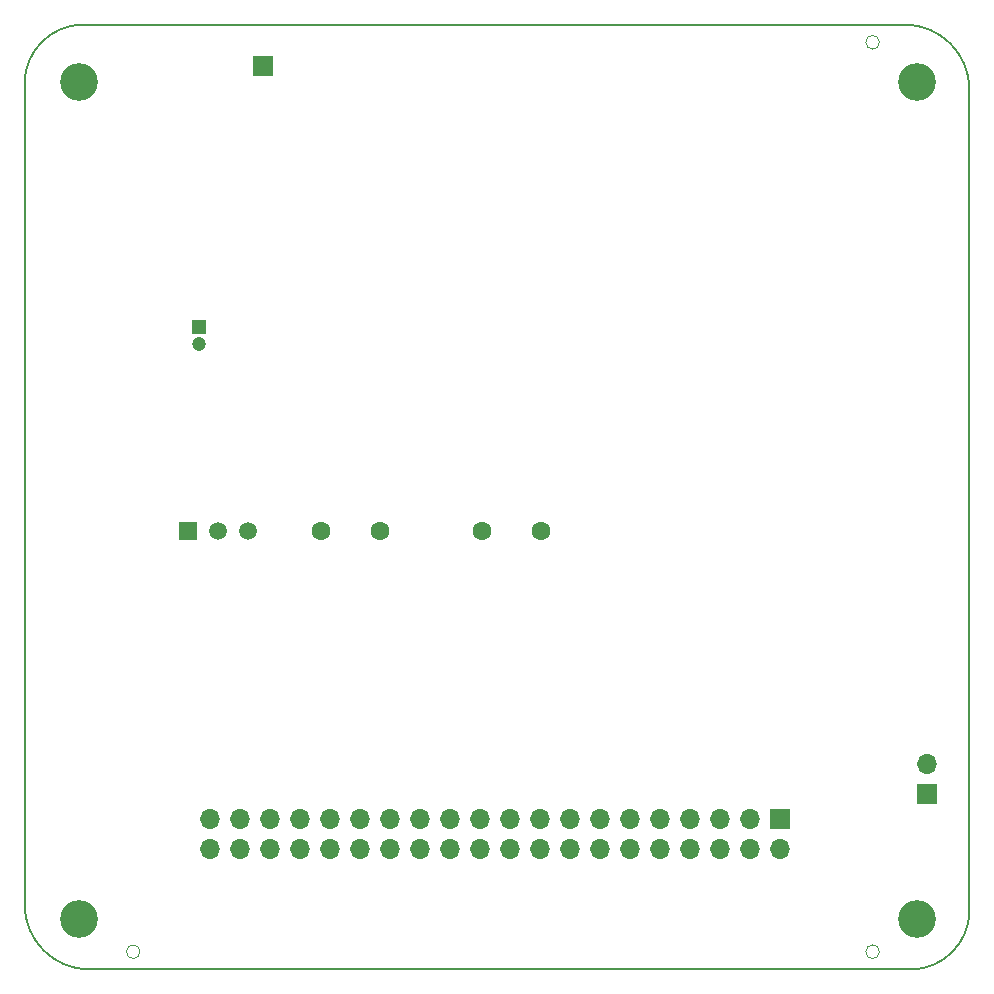
<source format=gbr>
G04 #@! TF.GenerationSoftware,KiCad,Pcbnew,(6.0.7-1)-1*
G04 #@! TF.CreationDate,2023-04-02T22:51:05-07:00*
G04 #@! TF.ProjectId,as3372,61733333-3732-42e6-9b69-6361645f7063,0.2*
G04 #@! TF.SameCoordinates,PX3d83120PY6590fa0*
G04 #@! TF.FileFunction,Soldermask,Bot*
G04 #@! TF.FilePolarity,Negative*
%FSLAX46Y46*%
G04 Gerber Fmt 4.6, Leading zero omitted, Abs format (unit mm)*
G04 Created by KiCad (PCBNEW (6.0.7-1)-1) date 2023-04-02 22:51:05*
%MOMM*%
%LPD*%
G01*
G04 APERTURE LIST*
G04 #@! TA.AperFunction,Profile*
%ADD10C,0.150000*%
G04 #@! TD*
G04 #@! TA.AperFunction,Profile*
%ADD11C,0.050000*%
G04 #@! TD*
%ADD12C,3.200000*%
%ADD13R,1.700000X1.700000*%
%ADD14O,1.700000X1.700000*%
%ADD15C,1.600000*%
%ADD16R,1.200000X1.200000*%
%ADD17C,1.200000*%
%ADD18R,1.500000X1.500000*%
%ADD19C,1.500000*%
G04 APERTURE END LIST*
D10*
X900000Y6700000D02*
G75*
G03*
X6400000Y1200000I5500000J0D01*
G01*
X75900000Y1200000D02*
G75*
G03*
X80900000Y6200000I0J5000000D01*
G01*
X75900000Y1200000D02*
X6400000Y1200000D01*
X5900000Y81200000D02*
G75*
G03*
X900000Y76200000I0J-5000000D01*
G01*
X80900000Y75700000D02*
G75*
G03*
X75400000Y81200000I-5500000J0D01*
G01*
X5900000Y81200000D02*
X75400000Y81200000D01*
X80900000Y6200000D02*
X80900000Y75700000D01*
X900000Y76200000D02*
X900000Y6700000D01*
D11*
X10676000Y2700000D02*
G75*
G03*
X10676000Y2700000I-576000J0D01*
G01*
X73276000Y79700000D02*
G75*
G03*
X73276000Y79700000I-576000J0D01*
G01*
X73276000Y2700000D02*
G75*
G03*
X73276000Y2700000I-576000J0D01*
G01*
D12*
X76500000Y5500000D03*
X5500000Y5500000D03*
D13*
X64825000Y13950000D03*
D14*
X64825000Y11410000D03*
X62285000Y13950000D03*
X62285000Y11410000D03*
X59745000Y13950000D03*
X59745000Y11410000D03*
X57205000Y13950000D03*
X57205000Y11410000D03*
X54665000Y13950000D03*
X54665000Y11410000D03*
X52125000Y13950000D03*
X52125000Y11410000D03*
X49585000Y13950000D03*
X49585000Y11410000D03*
X47045000Y13950000D03*
X47045000Y11410000D03*
X44505000Y13950000D03*
X44505000Y11410000D03*
X41965000Y13950000D03*
X41965000Y11410000D03*
X39425000Y13950000D03*
X39425000Y11410000D03*
X36885000Y13950000D03*
X36885000Y11410000D03*
X34345000Y13950000D03*
X34345000Y11410000D03*
X31805000Y13950000D03*
X31805000Y11410000D03*
X29265000Y13950000D03*
X29265000Y11410000D03*
X26725000Y13950000D03*
X26725000Y11410000D03*
X24185000Y13950000D03*
X24185000Y11410000D03*
X21645000Y13950000D03*
X21645000Y11410000D03*
X19105000Y13950000D03*
X19105000Y11410000D03*
X16565000Y13950000D03*
X16565000Y11410000D03*
D13*
X77300000Y16025000D03*
D14*
X77300000Y18565000D03*
D15*
X44600000Y38300000D03*
X39600000Y38300000D03*
D16*
X15700000Y55622600D03*
D17*
X15700000Y54122600D03*
D12*
X76500000Y76300000D03*
X5500000Y76300000D03*
D13*
X21100000Y77700000D03*
D15*
X31000000Y38300000D03*
X26000000Y38300000D03*
D18*
X14760000Y38340000D03*
D19*
X17300000Y38340000D03*
X19840000Y38340000D03*
M02*

</source>
